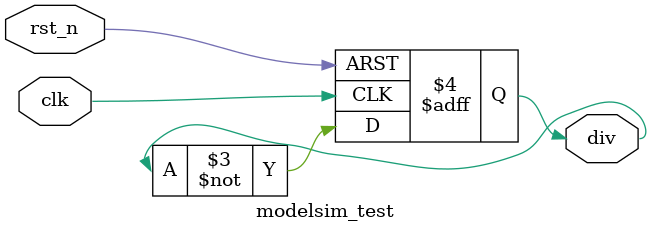
<source format=v>
`timescale 1ns / 1ps
module modelsim_test(
				clk,rst_n,div
				);
	
input clk;		//ÏµÍ³Ê±ÖÓ	
input rst_n;		//¸´Î»ÐÅºÅ£¬µÍÓÐÐ§

output div;		//2·ÖÆµÐÅºÅ

reg div;

always @ (posedge clk or negedge rst_n)
	if(!rst_n) div <= 1'b0;
	else div <= ~div;
	

endmodule


</source>
